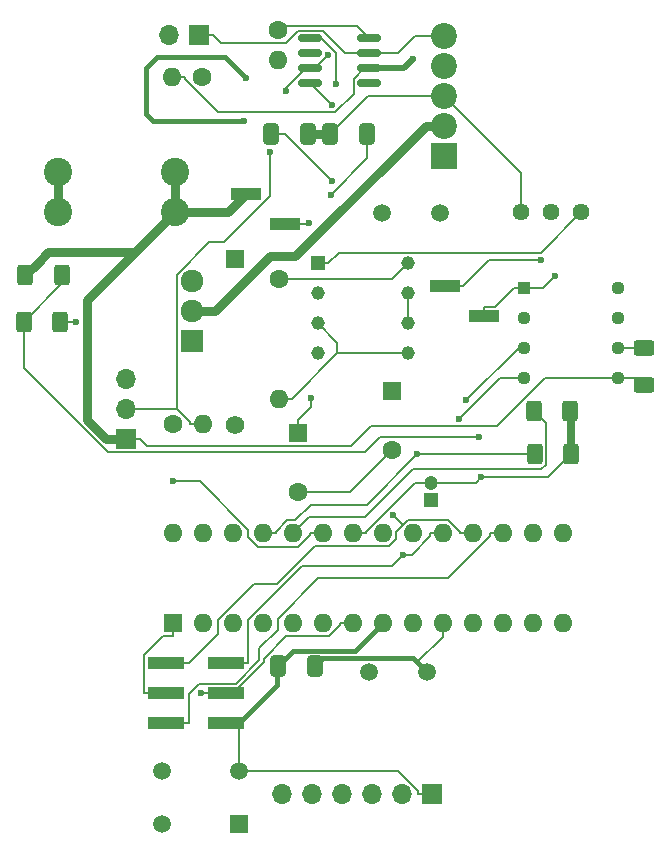
<source format=gbr>
%TF.GenerationSoftware,KiCad,Pcbnew,8.0.1-rc1*%
%TF.CreationDate,2024-06-23T11:02:47-07:00*%
%TF.ProjectId,AMS - CANBus Sensor - RPM,414d5320-2d20-4434-914e-427573205365,rev?*%
%TF.SameCoordinates,Original*%
%TF.FileFunction,Copper,L1,Top*%
%TF.FilePolarity,Positive*%
%FSLAX46Y46*%
G04 Gerber Fmt 4.6, Leading zero omitted, Abs format (unit mm)*
G04 Created by KiCad (PCBNEW 8.0.1-rc1) date 2024-06-23 11:02:47*
%MOMM*%
%LPD*%
G01*
G04 APERTURE LIST*
G04 Aperture macros list*
%AMRoundRect*
0 Rectangle with rounded corners*
0 $1 Rounding radius*
0 $2 $3 $4 $5 $6 $7 $8 $9 X,Y pos of 4 corners*
0 Add a 4 corners polygon primitive as box body*
4,1,4,$2,$3,$4,$5,$6,$7,$8,$9,$2,$3,0*
0 Add four circle primitives for the rounded corners*
1,1,$1+$1,$2,$3*
1,1,$1+$1,$4,$5*
1,1,$1+$1,$6,$7*
1,1,$1+$1,$8,$9*
0 Add four rect primitives between the rounded corners*
20,1,$1+$1,$2,$3,$4,$5,0*
20,1,$1+$1,$4,$5,$6,$7,0*
20,1,$1+$1,$6,$7,$8,$9,0*
20,1,$1+$1,$8,$9,$2,$3,0*%
G04 Aperture macros list end*
%TA.AperFunction,ComponentPad*%
%ADD10R,2.200000X2.200000*%
%TD*%
%TA.AperFunction,ComponentPad*%
%ADD11C,2.200000*%
%TD*%
%TA.AperFunction,SMDPad,CuDef*%
%ADD12R,2.510000X1.000000*%
%TD*%
%TA.AperFunction,ComponentPad*%
%ADD13C,1.600000*%
%TD*%
%TA.AperFunction,ComponentPad*%
%ADD14R,1.600000X1.600000*%
%TD*%
%TA.AperFunction,ComponentPad*%
%ADD15R,1.200000X1.200000*%
%TD*%
%TA.AperFunction,ComponentPad*%
%ADD16C,1.200000*%
%TD*%
%TA.AperFunction,SMDPad,CuDef*%
%ADD17RoundRect,0.250000X-0.400000X-0.625000X0.400000X-0.625000X0.400000X0.625000X-0.400000X0.625000X0*%
%TD*%
%TA.AperFunction,ComponentPad*%
%ADD18O,1.600000X1.600000*%
%TD*%
%TA.AperFunction,SMDPad,CuDef*%
%ADD19R,3.150000X1.000000*%
%TD*%
%TA.AperFunction,SMDPad,CuDef*%
%ADD20RoundRect,0.250000X0.412500X0.650000X-0.412500X0.650000X-0.412500X-0.650000X0.412500X-0.650000X0*%
%TD*%
%TA.AperFunction,ComponentPad*%
%ADD21R,1.160000X1.160000*%
%TD*%
%TA.AperFunction,ComponentPad*%
%ADD22C,1.160000*%
%TD*%
%TA.AperFunction,ComponentPad*%
%ADD23R,1.700000X1.700000*%
%TD*%
%TA.AperFunction,ComponentPad*%
%ADD24O,1.700000X1.700000*%
%TD*%
%TA.AperFunction,ComponentPad*%
%ADD25C,2.400000*%
%TD*%
%TA.AperFunction,ComponentPad*%
%ADD26R,1.920000X1.920000*%
%TD*%
%TA.AperFunction,ComponentPad*%
%ADD27C,1.920000*%
%TD*%
%TA.AperFunction,ComponentPad*%
%ADD28C,1.440000*%
%TD*%
%TA.AperFunction,ComponentPad*%
%ADD29R,1.130000X1.130000*%
%TD*%
%TA.AperFunction,ComponentPad*%
%ADD30C,1.130000*%
%TD*%
%TA.AperFunction,SMDPad,CuDef*%
%ADD31RoundRect,0.250000X-0.625000X0.400000X-0.625000X-0.400000X0.625000X-0.400000X0.625000X0.400000X0*%
%TD*%
%TA.AperFunction,ComponentPad*%
%ADD32C,1.500000*%
%TD*%
%TA.AperFunction,ComponentPad*%
%ADD33R,1.500000X1.500000*%
%TD*%
%TA.AperFunction,ComponentPad*%
%ADD34R,1.575000X1.575000*%
%TD*%
%TA.AperFunction,ComponentPad*%
%ADD35C,1.575000*%
%TD*%
%TA.AperFunction,SMDPad,CuDef*%
%ADD36RoundRect,0.150000X-0.825000X-0.150000X0.825000X-0.150000X0.825000X0.150000X-0.825000X0.150000X0*%
%TD*%
%TA.AperFunction,SMDPad,CuDef*%
%ADD37RoundRect,0.250000X-0.412500X-0.650000X0.412500X-0.650000X0.412500X0.650000X-0.412500X0.650000X0*%
%TD*%
%TA.AperFunction,ViaPad*%
%ADD38C,0.600000*%
%TD*%
%TA.AperFunction,Conductor*%
%ADD39C,0.200000*%
%TD*%
%TA.AperFunction,Conductor*%
%ADD40C,0.381000*%
%TD*%
%TA.AperFunction,Conductor*%
%ADD41C,0.762000*%
%TD*%
%TA.AperFunction,Conductor*%
%ADD42C,0.508000*%
%TD*%
%TA.AperFunction,Conductor*%
%ADD43C,0.635000*%
%TD*%
G04 APERTURE END LIST*
D10*
%TO.P,J9,1,Pin_1*%
%TO.N,TachIn*%
X155246300Y-79618100D03*
D11*
%TO.P,J9,2,Pin_2*%
%TO.N,Net-(J9-Pin_2)*%
X155246300Y-77078100D03*
%TO.P,J9,3,Pin_3*%
%TO.N,GND*%
X155246300Y-74538100D03*
%TO.P,J9,4,Pin_4*%
%TO.N,CANBUS_L*%
X155246300Y-71998100D03*
%TO.P,J9,5,Pin_5*%
%TO.N,CANBUS_H*%
X155246300Y-69458100D03*
%TD*%
D12*
%TO.P,J6,1,Pin_1*%
%TO.N,Net-(J6-Pin_1)*%
X155312900Y-90634200D03*
%TO.P,J6,2,Pin_2*%
%TO.N,Net-(IC2-TACH+)*%
X158622900Y-93174200D03*
%TD*%
%TO.P,J3,1,Pin_1*%
%TO.N,+VDC*%
X138479600Y-82842000D03*
%TO.P,J3,2,Pin_2*%
%TO.N,Net-(IC1-V+_1)*%
X141789600Y-85382000D03*
%TD*%
D13*
%TO.P,C9,2*%
%TO.N,GND*%
X150843200Y-104556400D03*
D14*
%TO.P,C9,1*%
%TO.N,Net-(IC1-V+_1)*%
X150843200Y-99556400D03*
%TD*%
D15*
%TO.P,C13,1*%
%TO.N,Net-(IC2-CP2{slash}IN+)*%
X154122300Y-108777100D03*
D16*
%TO.P,C13,2*%
%TO.N,GND*%
X154122300Y-107277100D03*
%TD*%
D17*
%TO.P,R13,1*%
%TO.N,Net-(IC4-+IN_A)*%
X119658000Y-93650100D03*
%TO.P,R13,2*%
%TO.N,GND*%
X122758000Y-93650100D03*
%TD*%
D13*
%TO.P,R4,1*%
%TO.N,Net-(U3-Rs)*%
X141165400Y-68921400D03*
D18*
%TO.P,R4,2*%
%TO.N,GND*%
X141165400Y-71461400D03*
%TD*%
D13*
%TO.P,L1,1,1*%
%TO.N,Net-(IC1-LX)*%
X141253000Y-90023800D03*
D18*
%TO.P,L1,2,2*%
%TO.N,GND*%
X141253000Y-100183800D03*
%TD*%
D19*
%TO.P,J1,1,Pin_1*%
%TO.N,/BareMinAtmel328P/PB4-D12-MISO*%
X131749100Y-122556000D03*
%TO.P,J1,2,Pin_2*%
%TO.N,/BareMinAtmel328P/PB5-D13-SCK*%
X136799100Y-122556000D03*
%TO.P,J1,3,Pin_3*%
%TO.N,/BareMinAtmel328P/RESET*%
X131749100Y-125096000D03*
%TO.P,J1,4,Pin_4*%
%TO.N,+5V*%
X136799100Y-125096000D03*
%TO.P,J1,5,Pin_5*%
%TO.N,/BareMinAtmel328P/PB3-D11-MOSI*%
X131749100Y-127636000D03*
%TO.P,J1,6,Pin_6*%
%TO.N,GND*%
X136799100Y-127636000D03*
%TD*%
D13*
%TO.P,NTC1,1*%
%TO.N,/BareMinAtmel328P/PC0-A0*%
X132332700Y-102297100D03*
D18*
%TO.P,NTC1,2*%
%TO.N,+5V*%
X134872700Y-102297100D03*
%TD*%
D20*
%TO.P,C1,1*%
%TO.N,Net-(U1-XTAL2{slash}PB7)*%
X144305600Y-122847300D03*
%TO.P,C1,2*%
%TO.N,GND*%
X141180600Y-122847300D03*
%TD*%
D17*
%TO.P,R14,1*%
%TO.N,/BareMinAtmel328P/PC1-A1*%
X162855200Y-101202000D03*
%TO.P,R14,2*%
%TO.N,GND*%
X165955200Y-101202000D03*
%TD*%
D21*
%TO.P,IC1,1,OUT*%
%TO.N,Net-(IC1-OUT)*%
X144571900Y-88691700D03*
D22*
%TO.P,IC1,2,FB*%
%TO.N,Net-(IC1-FB)*%
X144571900Y-91231700D03*
%TO.P,IC1,3,SHDN*%
%TO.N,GND*%
X144571900Y-93771700D03*
%TO.P,IC1,4,REF*%
%TO.N,Net-(IC1-FB)*%
X144571900Y-96311700D03*
%TO.P,IC1,5,GND*%
%TO.N,GND*%
X152191900Y-96311700D03*
%TO.P,IC1,6,V+_1*%
%TO.N,Net-(IC1-V+_1)*%
X152191900Y-93771700D03*
%TO.P,IC1,7,V+_2*%
X152191900Y-91231700D03*
%TO.P,IC1,8,LX*%
%TO.N,Net-(IC1-LX)*%
X152191900Y-88691700D03*
%TD*%
D13*
%TO.P,R6,1*%
%TO.N,Net-(J4-Pin_2)*%
X134731500Y-72933100D03*
D18*
%TO.P,R6,2*%
%TO.N,CANBUS_L*%
X132191500Y-72933100D03*
%TD*%
D23*
%TO.P,Powerboard1,1,Pin_1*%
%TO.N,+VDC*%
X128349100Y-103565100D03*
D24*
%TO.P,Powerboard1,2,Pin_2*%
%TO.N,+5V*%
X128349100Y-101025100D03*
%TO.P,Powerboard1,3,Pin_3*%
%TO.N,GND*%
X128349100Y-98485100D03*
%TD*%
D23*
%TO.P,J4,1,Pin_1*%
%TO.N,CANBUS_H*%
X134544600Y-69362300D03*
D24*
%TO.P,J4,2,Pin_2*%
%TO.N,Net-(J4-Pin_2)*%
X132004600Y-69362300D03*
%TD*%
D25*
%TO.P,U2,1,1*%
%TO.N,Net-(Q1-Pad3)*%
X122551000Y-84380500D03*
%TO.P,U2,2,2*%
X122551000Y-80980500D03*
%TO.P,U2,3,3*%
%TO.N,+VDC*%
X132471000Y-84380500D03*
%TO.P,U2,4,4*%
X132471000Y-80980500D03*
%TD*%
D26*
%TO.P,Q1,1*%
%TO.N,Net-(Q1-Pad1)*%
X133881200Y-95296400D03*
D27*
%TO.P,Q1,2*%
%TO.N,Net-(J9-Pin_2)*%
X133881200Y-92756400D03*
%TO.P,Q1,3*%
%TO.N,Net-(Q1-Pad3)*%
X133881200Y-90216400D03*
%TD*%
D28*
%TO.P,RV1,3,3*%
%TO.N,GND*%
X161784400Y-84400700D03*
%TO.P,RV1,2,2*%
%TO.N,Net-(J6-Pin_1)*%
X164324400Y-84400700D03*
%TO.P,RV1,1,1*%
%TO.N,Net-(IC1-OUT)*%
X166864400Y-84400700D03*
%TD*%
D14*
%TO.P,C11,1*%
%TO.N,Net-(IC1-OUT)*%
X142908700Y-103082900D03*
D13*
%TO.P,C11,2*%
%TO.N,GND*%
X142908700Y-108082900D03*
%TD*%
D23*
%TO.P,J2,1,Pin_1*%
%TO.N,GND*%
X154230000Y-133648600D03*
D24*
%TO.P,J2,2,Pin_2*%
%TO.N,unconnected-(J2-Pin_2-Pad2)*%
X151690000Y-133648600D03*
%TO.P,J2,3,Pin_3*%
%TO.N,+5V*%
X149150000Y-133648600D03*
%TO.P,J2,4,Pin_4*%
%TO.N,/BareMinAtmel328P/PD0-RX*%
X146610000Y-133648600D03*
%TO.P,J2,5,Pin_5*%
%TO.N,/BareMinAtmel328P/PD1-TX*%
X144070000Y-133648600D03*
%TO.P,J2,6,Pin_6*%
%TO.N,Net-(J2-Pin_6)*%
X141530000Y-133648600D03*
%TD*%
D29*
%TO.P,IC2,1,TACH+*%
%TO.N,Net-(IC2-TACH+)*%
X162007700Y-90765900D03*
D30*
%TO.P,IC2,2,CP1*%
%TO.N,Net-(IC2-CP1)*%
X162007700Y-93305900D03*
%TO.P,IC2,3,CP2/IN+*%
%TO.N,Net-(IC2-CP2{slash}IN+)*%
X162007700Y-95845900D03*
%TO.P,IC2,4,EMIT*%
%TO.N,/RPM_Sensor/RPM-Vout*%
X162007700Y-98385900D03*
%TO.P,IC2,5,COL*%
%TO.N,+VDC*%
X169947700Y-98385900D03*
%TO.P,IC2,6,V+*%
%TO.N,Net-(IC2-V+)*%
X169947700Y-95845900D03*
%TO.P,IC2,7,IN-*%
%TO.N,/RPM_Sensor/RPM-Vout*%
X169947700Y-93305900D03*
%TO.P,IC2,8,TACH-/GND*%
%TO.N,GND*%
X169947700Y-90765900D03*
%TD*%
D31*
%TO.P,R12,1*%
%TO.N,Net-(IC2-V+)*%
X172177800Y-95912000D03*
%TO.P,R12,2*%
%TO.N,+VDC*%
X172177800Y-99012000D03*
%TD*%
D32*
%TO.P,Y2,1,1*%
%TO.N,Net-(U4-OSC1)*%
X150037500Y-84434600D03*
%TO.P,Y2,2,2*%
%TO.N,Net-(U4-OSC2)*%
X154917500Y-84434600D03*
%TD*%
D33*
%TO.P,Reset1,1,NO_1*%
%TO.N,/BareMinAtmel328P/RESET*%
X137890100Y-136171500D03*
D32*
%TO.P,Reset1,2,NO_2*%
%TO.N,unconnected-(Reset1-NO_2-Pad2)*%
X131390100Y-136171500D03*
%TO.P,Reset1,3,COM_1*%
%TO.N,GND*%
X137890100Y-131671500D03*
%TO.P,Reset1,4,COM_2*%
%TO.N,unconnected-(Reset1-COM_2-Pad4)*%
X131390100Y-131671500D03*
%TD*%
D17*
%TO.P,R10,1*%
%TO.N,+VDC*%
X119783900Y-89714300D03*
%TO.P,R10,2*%
%TO.N,Net-(IC4-+IN_A)*%
X122883900Y-89714300D03*
%TD*%
D32*
%TO.P,Y1,2,2*%
%TO.N,Net-(U1-XTAL1{slash}PB6)*%
X148909000Y-123284400D03*
%TO.P,Y1,1,1*%
%TO.N,Net-(U1-XTAL2{slash}PB7)*%
X153789000Y-123284400D03*
%TD*%
D17*
%TO.P,R15,1*%
%TO.N,/BareMinAtmel328P/PC2-A2*%
X162924900Y-104866700D03*
%TO.P,R15,2*%
%TO.N,GND*%
X166024900Y-104866700D03*
%TD*%
D20*
%TO.P,C7,1*%
%TO.N,Net-(U4-OSC1)*%
X148742600Y-77728700D03*
%TO.P,C7,2*%
%TO.N,GND*%
X145617600Y-77728700D03*
%TD*%
D34*
%TO.P,D2,1*%
%TO.N,Net-(IC1-LX)*%
X137580900Y-88313900D03*
D35*
%TO.P,D2,2*%
%TO.N,Net-(IC1-OUT)*%
X137580900Y-102413900D03*
%TD*%
D14*
%TO.P,U1,1,~{RESET}/PC6*%
%TO.N,/BareMinAtmel328P/RESET*%
X132296200Y-119209800D03*
D18*
%TO.P,U1,2,PD0*%
%TO.N,/BareMinAtmel328P/PD0-RX*%
X134836200Y-119209800D03*
%TO.P,U1,3,PD1*%
%TO.N,/BareMinAtmel328P/PD1-TX*%
X137376200Y-119209800D03*
%TO.P,U1,4,PD2*%
%TO.N,/BareMinAtmel328P/PD2-D2*%
X139916200Y-119209800D03*
%TO.P,U1,5,PD3*%
%TO.N,/BareMinAtmel328P/PD3-D3*%
X142456200Y-119209800D03*
%TO.P,U1,6,PD4*%
%TO.N,/BareMinAtmel328P/PD4-D4*%
X144996200Y-119209800D03*
%TO.P,U1,7,VCC*%
%TO.N,+5V*%
X147536200Y-119209800D03*
%TO.P,U1,8,GND*%
%TO.N,GND*%
X150076200Y-119209800D03*
%TO.P,U1,9,XTAL1/PB6*%
%TO.N,Net-(U1-XTAL1{slash}PB6)*%
X152616200Y-119209800D03*
%TO.P,U1,10,XTAL2/PB7*%
%TO.N,Net-(U1-XTAL2{slash}PB7)*%
X155156200Y-119209800D03*
%TO.P,U1,11,PD5*%
%TO.N,/BareMinAtmel328P/PD5-D5*%
X157696200Y-119209800D03*
%TO.P,U1,12,PD6*%
%TO.N,/BareMinAtmel328P/PD6-D6*%
X160236200Y-119209800D03*
%TO.P,U1,13,PD7*%
%TO.N,/BareMinAtmel328P/PD7-D7*%
X162776200Y-119209800D03*
%TO.P,U1,14,PB0*%
%TO.N,/BareMinAtmel328P/PB0-D8*%
X165316200Y-119209800D03*
%TO.P,U1,15,PB1*%
%TO.N,/BareMinAtmel328P/PB1-D9*%
X165316200Y-111589800D03*
%TO.P,U1,16,PB2*%
%TO.N,/BareMinAtmel328P/PB2-D10-SS*%
X162776200Y-111589800D03*
%TO.P,U1,17,PB3*%
%TO.N,/BareMinAtmel328P/PB3-D11-MOSI*%
X160236200Y-111589800D03*
%TO.P,U1,18,PB4*%
%TO.N,/BareMinAtmel328P/PB4-D12-MISO*%
X157696200Y-111589800D03*
%TO.P,U1,19,PB5*%
%TO.N,/BareMinAtmel328P/PB5-D13-SCK*%
X155156200Y-111589800D03*
%TO.P,U1,20,AVCC*%
%TO.N,+5V*%
X152616200Y-111589800D03*
%TO.P,U1,21,AREF*%
%TO.N,/BareMinAtmel328P/AREF*%
X150076200Y-111589800D03*
%TO.P,U1,22,GND*%
%TO.N,GND*%
X147536200Y-111589800D03*
%TO.P,U1,23,PC0*%
%TO.N,/BareMinAtmel328P/PC0-A0*%
X144996200Y-111589800D03*
%TO.P,U1,24,PC1*%
%TO.N,/BareMinAtmel328P/PC1-A1*%
X142456200Y-111589800D03*
%TO.P,U1,25,PC2*%
%TO.N,/BareMinAtmel328P/PC2-A2*%
X139916200Y-111589800D03*
%TO.P,U1,26,PC3*%
%TO.N,/BareMinAtmel328P/PC3-A3*%
X137376200Y-111589800D03*
%TO.P,U1,27,PC4*%
%TO.N,/BareMinAtmel328P/PC4-A4-SDA*%
X134836200Y-111589800D03*
%TO.P,U1,28,PC5*%
%TO.N,/BareMinAtmel328P/PC5-A5-SCL*%
X132296200Y-111589800D03*
%TD*%
D36*
%TO.P,U3,1,TXD*%
%TO.N,/CANBUS-MCP2515/TXtoCANTC*%
X143942000Y-69639900D03*
%TO.P,U3,2,VSS*%
%TO.N,GND*%
X143942000Y-70909900D03*
%TO.P,U3,3,VDD*%
%TO.N,+5V*%
X143942000Y-72179900D03*
%TO.P,U3,4,RXD*%
%TO.N,/CANBUS-MCP2515/RXtoCANTC*%
X143942000Y-73449900D03*
%TO.P,U3,5,Vref*%
%TO.N,unconnected-(U3-Vref-Pad5)*%
X148892000Y-73449900D03*
%TO.P,U3,6,CANL*%
%TO.N,CANBUS_L*%
X148892000Y-72179900D03*
%TO.P,U3,7,CANH*%
%TO.N,CANBUS_H*%
X148892000Y-70909900D03*
%TO.P,U3,8,Rs*%
%TO.N,Net-(U3-Rs)*%
X148892000Y-69639900D03*
%TD*%
D37*
%TO.P,C6,1*%
%TO.N,Net-(U4-OSC2)*%
X140596700Y-77728700D03*
%TO.P,C6,2*%
%TO.N,GND*%
X143721700Y-77728700D03*
%TD*%
D38*
%TO.N,Net-(U4-~{RESET})*%
X138475926Y-73047052D03*
X138348612Y-76692699D03*
%TO.N,+5V*%
X134661500Y-125055100D03*
%TO.N,Net-(J6-Pin_1)*%
X163430400Y-88416100D03*
%TO.N,Net-(IC4-+IN_A)*%
X158203400Y-103435300D03*
%TO.N,/RPM_Sensor/RPM-Vout*%
X156519700Y-101888900D03*
%TO.N,Net-(IC2-TACH+)*%
X164638100Y-89796300D03*
%TO.N,Net-(IC2-CP2{slash}IN+)*%
X157122600Y-100305100D03*
%TO.N,Net-(IC1-OUT)*%
X143998800Y-100119400D03*
%TO.N,Net-(IC1-V+_1)*%
X143787900Y-85342000D03*
%TO.N,/CANBUS-MCP2515/TXtoCANTC*%
X146120500Y-73534000D03*
%TO.N,/CANBUS-MCP2515/RXtoCANTC*%
X145780100Y-75286100D03*
%TO.N,/BareMinAtmel328P/PC0-A0*%
X132332700Y-107184100D03*
%TO.N,/BareMinAtmel328P/PC1-A1*%
X162855000Y-101202000D03*
%TO.N,/BareMinAtmel328P/PC2-A2*%
X152978300Y-104902300D03*
%TO.N,/BareMinAtmel328P/PB4-D12-MISO*%
X150926900Y-110034200D03*
%TO.N,/BareMinAtmel328P/PB5-D13-SCK*%
X151748800Y-113372100D03*
%TO.N,CANBUS_L*%
X152601000Y-71424300D03*
%TO.N,Net-(U4-OSC1)*%
X145672700Y-82903300D03*
%TO.N,Net-(U4-OSC2)*%
X145756000Y-81725900D03*
%TO.N,+5V*%
X145442000Y-71077800D03*
X140499600Y-79258800D03*
X141830305Y-74123795D03*
%TO.N,GND*%
X141134000Y-122904000D03*
X165975000Y-101234000D03*
X143942000Y-70909900D03*
X158415300Y-106813300D03*
X124126900Y-93650100D03*
%TD*%
D39*
%TO.N,+5V*%
X141830305Y-73913995D02*
X143564400Y-72179900D01*
X141830305Y-74123795D02*
X141830305Y-73913995D01*
D40*
%TO.N,Net-(U4-~{RESET})*%
X129999616Y-76083048D02*
X129999616Y-72209705D01*
X129999616Y-72209705D02*
X130873691Y-71335630D01*
X130954488Y-71254834D02*
X130873691Y-71335630D01*
X130609267Y-76692699D02*
X129999616Y-76083048D01*
X138348612Y-76692699D02*
X130609267Y-76692699D01*
X131130771Y-71254834D02*
X130954488Y-71254834D01*
X136683708Y-71254834D02*
X131130771Y-71254834D01*
X138475926Y-73047052D02*
X136683708Y-71254834D01*
D39*
%TO.N,Net-(J6-Pin_1)*%
X155312900Y-90634200D02*
X156869600Y-90634200D01*
X159087700Y-88416100D02*
X163430400Y-88416100D01*
X156869600Y-90634200D02*
X159087700Y-88416100D01*
%TO.N,Net-(IC4-+IN_A)*%
X122883900Y-90424200D02*
X119658000Y-93650100D01*
X149857700Y-103435300D02*
X158203400Y-103435300D01*
X148567300Y-104725700D02*
X149857700Y-103435300D01*
X126795800Y-104725700D02*
X148567300Y-104725700D01*
X119658000Y-97587900D02*
X126795800Y-104725700D01*
X119658000Y-93650100D02*
X119658000Y-97587900D01*
%TO.N,/RPM_Sensor/RPM-Vout*%
X160022700Y-98385900D02*
X156519700Y-101888900D01*
X162007700Y-98385900D02*
X160022700Y-98385900D01*
%TO.N,Net-(IC2-V+)*%
X169947700Y-95845900D02*
X172111700Y-95845900D01*
%TO.N,Net-(IC2-TACH+)*%
X159534400Y-92372500D02*
X158622900Y-92372500D01*
X161141000Y-90765900D02*
X159534400Y-92372500D01*
X158622900Y-93174200D02*
X158622900Y-92372500D01*
X161685600Y-90765900D02*
X161141000Y-90765900D01*
X163668500Y-90765900D02*
X164638100Y-89796300D01*
X162007700Y-90765900D02*
X163668500Y-90765900D01*
%TO.N,Net-(IC1-LX)*%
X150859800Y-90023800D02*
X152191900Y-88691700D01*
X141253000Y-90023800D02*
X150859800Y-90023800D01*
%TO.N,Net-(IC2-CP2{slash}IN+)*%
X161581800Y-95845900D02*
X157122600Y-100305100D01*
%TO.N,Net-(IC1-OUT)*%
X142908700Y-103082900D02*
X142908700Y-101981200D01*
X143998800Y-100891100D02*
X143998800Y-100119400D01*
X142908700Y-101981200D02*
X143998800Y-100891100D01*
X163455100Y-87810000D02*
X166864400Y-84400700D01*
X146335300Y-87810000D02*
X163455100Y-87810000D01*
X145453600Y-88691700D02*
X146335300Y-87810000D01*
X144571900Y-88691700D02*
X145453600Y-88691700D01*
%TO.N,Net-(IC1-V+_1)*%
X152191900Y-91231700D02*
X152191900Y-93771700D01*
X141789600Y-85382000D02*
X143747900Y-85382000D01*
X143747900Y-85382000D02*
X143787900Y-85342000D01*
%TO.N,/CANBUS-MCP2515/TXtoCANTC*%
X144855000Y-69639900D02*
X143942000Y-69639900D01*
X146120500Y-70905400D02*
X144855000Y-69639900D01*
X146120500Y-73534000D02*
X146120500Y-70905400D01*
%TO.N,/CANBUS-MCP2515/RXtoCANTC*%
X145778200Y-75286100D02*
X145780100Y-75286100D01*
X143942000Y-73449900D02*
X145778200Y-75286100D01*
%TO.N,Net-(U3-Rs)*%
X147857000Y-68604900D02*
X141481900Y-68604900D01*
X148892000Y-69639900D02*
X147857000Y-68604900D01*
D41*
%TO.N,Net-(Q1-Pad3)*%
X122551000Y-84380500D02*
X122551000Y-80980500D01*
D39*
%TO.N,/BareMinAtmel328P/PC0-A0*%
X144996200Y-111589800D02*
X143894500Y-111589800D01*
X134547500Y-107184100D02*
X132332700Y-107184100D01*
X138646200Y-111282800D02*
X134547500Y-107184100D01*
X138646200Y-111899700D02*
X138646200Y-111282800D01*
X139472300Y-112725800D02*
X138646200Y-111899700D01*
X142896200Y-112725800D02*
X139472300Y-112725800D01*
X143894500Y-111727500D02*
X142896200Y-112725800D01*
X143894500Y-111589800D02*
X143894500Y-111727500D01*
%TO.N,/BareMinAtmel328P/PC1-A1*%
X143819300Y-110226700D02*
X142456200Y-111589800D01*
X148517900Y-110226700D02*
X143819300Y-110226700D01*
X152595900Y-106148700D02*
X148517900Y-110226700D01*
X163501400Y-106148700D02*
X152595900Y-106148700D01*
X163879000Y-105771100D02*
X163501400Y-106148700D01*
X163879000Y-102225800D02*
X163879000Y-105771100D01*
X162855200Y-101202000D02*
X163879000Y-102225800D01*
%TO.N,/BareMinAtmel328P/PC2-A2*%
X139916200Y-111589800D02*
X141017900Y-111589800D01*
X152978300Y-104902300D02*
X162889300Y-104902300D01*
X141017900Y-111452000D02*
X141017900Y-111589800D01*
X141981800Y-110488100D02*
X141017900Y-111452000D01*
X142667600Y-110488100D02*
X141981800Y-110488100D01*
X144008900Y-109146800D02*
X142667600Y-110488100D01*
X148733800Y-109146800D02*
X144008900Y-109146800D01*
X152978300Y-104902300D02*
X148733800Y-109146800D01*
D41*
%TO.N,+VDC*%
X132471000Y-84380500D02*
X129065000Y-87786300D01*
X132471000Y-80980500D02*
X132471000Y-84380500D01*
X119784000Y-89714300D02*
X120748000Y-88750300D01*
X121712000Y-87786300D02*
X129065000Y-87786300D01*
X120748000Y-88750300D02*
X121712000Y-87786300D01*
D39*
X120747900Y-88750300D02*
X119783900Y-89714300D01*
X120748000Y-88750300D02*
X120747900Y-88750300D01*
D41*
X126614000Y-103565000D02*
X128349000Y-103565000D01*
X125040000Y-101992000D02*
X126614000Y-103565000D01*
X125040000Y-91811300D02*
X125040000Y-101992000D01*
X129065000Y-87786300D02*
X125040000Y-91811300D01*
X136941000Y-84380500D02*
X138479800Y-82842200D01*
X132471000Y-84380500D02*
X136941000Y-84380500D01*
D39*
X171551700Y-98385900D02*
X169947700Y-98385900D01*
X172177800Y-99012000D02*
X171551700Y-98385900D01*
X130120300Y-104184600D02*
X129500800Y-103565100D01*
X147390300Y-104184600D02*
X130120300Y-104184600D01*
X149074000Y-102500900D02*
X147390300Y-104184600D01*
X159711700Y-102500900D02*
X149074000Y-102500900D01*
X163826700Y-98385900D02*
X159711700Y-102500900D01*
X169947700Y-98385900D02*
X163826700Y-98385900D01*
X128349100Y-103565100D02*
X129500800Y-103565100D01*
D41*
%TO.N,Net-(J9-Pin_2)*%
X135875000Y-92756400D02*
X133881200Y-92756400D01*
X140497000Y-88134700D02*
X135875000Y-92756400D01*
X142634000Y-88134700D02*
X140497000Y-88134700D01*
X153691000Y-77078100D02*
X142634000Y-88134700D01*
X155246000Y-77078100D02*
X153691000Y-77078100D01*
D39*
%TO.N,/BareMinAtmel328P/PB4-D12-MISO*%
X157696200Y-111589800D02*
X156594500Y-111589800D01*
X131749100Y-122556000D02*
X133625800Y-122556000D01*
X150926900Y-110034200D02*
X151767400Y-110874600D01*
X152185900Y-110456100D02*
X151767400Y-110874600D01*
X155598500Y-110456100D02*
X152185900Y-110456100D01*
X156594500Y-111452100D02*
X155598500Y-110456100D01*
X156594500Y-111589800D02*
X156594500Y-111452100D01*
X136106200Y-120075600D02*
X133625800Y-122556000D01*
X136106200Y-118914600D02*
X136106200Y-120075600D01*
X139154800Y-115866000D02*
X136106200Y-118914600D01*
X141132900Y-115866000D02*
X139154800Y-115866000D01*
X144307400Y-112691500D02*
X141132900Y-115866000D01*
X150552800Y-112691500D02*
X144307400Y-112691500D01*
X151177900Y-112066400D02*
X150552800Y-112691500D01*
X151177900Y-111464100D02*
X151177900Y-112066400D01*
X151767400Y-110874600D02*
X151177900Y-111464100D01*
%TO.N,/BareMinAtmel328P/PB3-D11-MOSI*%
X159134500Y-111818100D02*
X159134500Y-111589800D01*
X155552800Y-115399800D02*
X159134500Y-111818100D01*
X144609200Y-115399800D02*
X155552800Y-115399800D01*
X141186200Y-118822800D02*
X144609200Y-115399800D01*
X141186200Y-119739800D02*
X141186200Y-118822800D01*
X139602800Y-121323200D02*
X141186200Y-119739800D01*
X139602800Y-122292300D02*
X139602800Y-121323200D01*
X137600800Y-124294300D02*
X139602800Y-122292300D01*
X134526100Y-124294300D02*
X137600800Y-124294300D01*
X133625800Y-125194600D02*
X134526100Y-124294300D01*
X133625800Y-127636000D02*
X133625800Y-125194600D01*
X131749100Y-127636000D02*
X133625800Y-127636000D01*
X160236200Y-111589800D02*
X159134500Y-111589800D01*
%TO.N,/BareMinAtmel328P/PB5-D13-SCK*%
X155156200Y-111589800D02*
X154054500Y-111589800D01*
X136799100Y-122556000D02*
X138675800Y-122556000D01*
X152500500Y-113372100D02*
X151748800Y-113372100D01*
X154054500Y-111818100D02*
X152500500Y-113372100D01*
X154054500Y-111589800D02*
X154054500Y-111818100D01*
X150803300Y-114317600D02*
X151748800Y-113372100D01*
X143249300Y-114317600D02*
X150803300Y-114317600D01*
X138675800Y-118891100D02*
X143249300Y-114317600D01*
X138675800Y-122556000D02*
X138675800Y-118891100D01*
%TO.N,CANBUS_H*%
X136369900Y-70035900D02*
X135696300Y-69362300D01*
X141901600Y-70035900D02*
X136369900Y-70035900D01*
X142913900Y-69023600D02*
X141901600Y-70035900D01*
X145002100Y-69023600D02*
X142913900Y-69023600D01*
X146888400Y-70909900D02*
X145002100Y-69023600D01*
X148892000Y-70909900D02*
X146888400Y-70909900D01*
X134544600Y-69362300D02*
X135696300Y-69362300D01*
X151331600Y-70909900D02*
X148892000Y-70909900D01*
X152783400Y-69458100D02*
X151331600Y-70909900D01*
X155246300Y-69458100D02*
X152783400Y-69458100D01*
D42*
%TO.N,CANBUS_L*%
X151846000Y-72179900D02*
X152601000Y-71424300D01*
X148892000Y-72179900D02*
X151846000Y-72179900D01*
D39*
X147596900Y-73083800D02*
X148500800Y-72179900D01*
X147596900Y-74344000D02*
X147596900Y-73083800D01*
X146050100Y-75890800D02*
X147596900Y-74344000D01*
X136113200Y-75890800D02*
X146050100Y-75890800D01*
X133293200Y-73070800D02*
X136113200Y-75890800D01*
X133293200Y-72933100D02*
X133293200Y-73070800D01*
X132191500Y-72933100D02*
X133293200Y-72933100D01*
%TO.N,Net-(U4-OSC1)*%
X148742600Y-79833400D02*
X145672700Y-82903300D01*
X148742600Y-77728700D02*
X148742600Y-79833400D01*
%TO.N,Net-(U4-OSC2)*%
X141758800Y-77728700D02*
X140596700Y-77728700D01*
X145756000Y-81725900D02*
X141758800Y-77728700D01*
%TO.N,+5V*%
X136799100Y-125096000D02*
X134922400Y-125096000D01*
X134881500Y-125055100D02*
X134661500Y-125055100D01*
X134922400Y-125096000D02*
X134881500Y-125055100D01*
X134872700Y-102297100D02*
X133771000Y-102297100D01*
X140499600Y-83024200D02*
X140499600Y-79258800D01*
X136580700Y-86943100D02*
X140499600Y-83024200D01*
X135342200Y-86943100D02*
X136580700Y-86943100D01*
X132619500Y-89665800D02*
X135342200Y-86943100D01*
X132619500Y-101025100D02*
X132619500Y-89665800D01*
X133771000Y-102176600D02*
X132619500Y-101025100D01*
X133771000Y-102297100D02*
X133771000Y-102176600D01*
X132619500Y-101025100D02*
X128349100Y-101025100D01*
X145442000Y-71077800D02*
X144339900Y-72179900D01*
X147536200Y-119209800D02*
X146434500Y-119209800D01*
X146434500Y-119347600D02*
X146434500Y-119209800D01*
X145470600Y-120311500D02*
X146434500Y-119347600D01*
X141867600Y-120311500D02*
X145470600Y-120311500D01*
X140004500Y-122174600D02*
X141867600Y-120311500D01*
X140004500Y-122458600D02*
X140004500Y-122174600D01*
X137367100Y-125096000D02*
X140004500Y-122458600D01*
%TO.N,/BareMinAtmel328P/RESET*%
X131469900Y-120311500D02*
X132296200Y-120311500D01*
X129872400Y-121909000D02*
X131469900Y-120311500D01*
X129872400Y-125096000D02*
X129872400Y-121909000D01*
X131749100Y-125096000D02*
X129872400Y-125096000D01*
X132296200Y-119209800D02*
X132296200Y-120311500D01*
%TO.N,Net-(U1-XTAL2{slash}PB7)*%
X155156200Y-120311900D02*
X152986200Y-122481900D01*
X155156200Y-119209800D02*
X155156200Y-120311900D01*
D40*
X152648000Y-122144000D02*
X152986200Y-122481900D01*
X145009000Y-122144000D02*
X152648000Y-122144000D01*
X144657500Y-122495500D02*
X145009000Y-122144000D01*
X152986200Y-122481900D02*
X153789000Y-123284000D01*
D41*
%TO.N,GND*%
X143722000Y-77728700D02*
X145617600Y-77728700D01*
D39*
X151389100Y-131671500D02*
X137890100Y-131671500D01*
X153078300Y-133360700D02*
X151389100Y-131671500D01*
X153078300Y-133648600D02*
X153078300Y-133360700D01*
X154230000Y-133648600D02*
X153078300Y-133648600D01*
D43*
X165975000Y-101234000D02*
X165975000Y-103025500D01*
D39*
X165955200Y-103005700D02*
X165955200Y-101202000D01*
X165975000Y-103025500D02*
X165955200Y-103005700D01*
X157951500Y-107277100D02*
X154122300Y-107277100D01*
X158415300Y-106813300D02*
X157951500Y-107277100D01*
X122758000Y-93650100D02*
X124126900Y-93650100D01*
X147536200Y-111589800D02*
X148637900Y-111589800D01*
D43*
X165975000Y-103025500D02*
X165975000Y-104817000D01*
D39*
X164078300Y-106813300D02*
X166024800Y-104866800D01*
X158415300Y-106813300D02*
X164078300Y-106813300D01*
X152813600Y-107277100D02*
X154122300Y-107277100D01*
X148637900Y-111452800D02*
X152813600Y-107277100D01*
X148637900Y-111589800D02*
X148637900Y-111452800D01*
X148808600Y-74538100D02*
X155246300Y-74538100D01*
X145618000Y-77728700D02*
X148808600Y-74538100D01*
X161784400Y-81076200D02*
X161784400Y-84400700D01*
X155246300Y-74538100D02*
X161784400Y-81076200D01*
X141253000Y-100183800D02*
X142354700Y-100183800D01*
X146226800Y-95426600D02*
X144571900Y-93771700D01*
X146226800Y-96311700D02*
X146226800Y-95426600D01*
X142354700Y-100183800D02*
X146226800Y-96311700D01*
X146226800Y-96311700D02*
X152191900Y-96311700D01*
X147316700Y-108082900D02*
X142908700Y-108082900D01*
X150843200Y-104556400D02*
X147316700Y-108082900D01*
D40*
X141134000Y-124376000D02*
X137890100Y-127619900D01*
X141134000Y-122904000D02*
X141134000Y-124376000D01*
D39*
X137890100Y-127619900D02*
X137890100Y-131671500D01*
D40*
X147729000Y-121557000D02*
X150076000Y-119210000D01*
X142471000Y-121557000D02*
X147729000Y-121557000D01*
X141181000Y-122847000D02*
X142471000Y-121557000D01*
%TD*%
M02*

</source>
